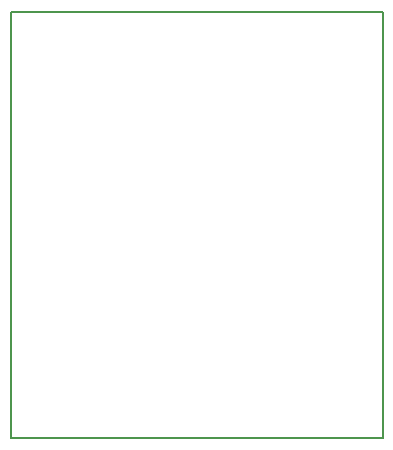
<source format=gm1>
G04 MADE WITH FRITZING*
G04 WWW.FRITZING.ORG*
G04 DOUBLE SIDED*
G04 HOLES PLATED*
G04 CONTOUR ON CENTER OF CONTOUR VECTOR*
%ASAXBY*%
%FSLAX23Y23*%
%MOIN*%
%OFA0B0*%
%SFA1.0B1.0*%
%ADD10R,1.247970X1.428260*%
%ADD11C,0.008000*%
%ADD10C,0.008*%
%LNCONTOUR*%
G90*
G70*
G54D10*
G54D11*
X4Y1424D02*
X1244Y1424D01*
X1244Y4D01*
X4Y4D01*
X4Y1424D01*
D02*
G04 End of contour*
M02*
</source>
